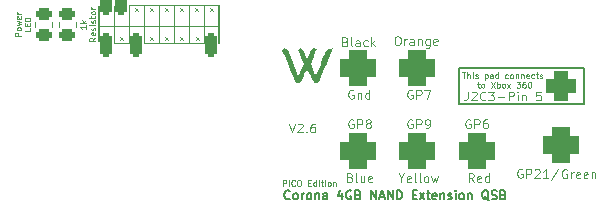
<source format=gto>
%TF.GenerationSoftware,KiCad,Pcbnew,(6.0.1)*%
%TF.CreationDate,2022-03-10T09:00:32-07:00*%
%TF.ProjectId,MShaw_PICO_Edition_4gbNandExtensionQSB_V2.6,4d536861-775f-4504-9943-4f5f45646974,rev?*%
%TF.SameCoordinates,Original*%
%TF.FileFunction,Legend,Top*%
%TF.FilePolarity,Positive*%
%FSLAX46Y46*%
G04 Gerber Fmt 4.6, Leading zero omitted, Abs format (unit mm)*
G04 Created by KiCad (PCBNEW (6.0.1)) date 2022-03-10 09:00:32*
%MOMM*%
%LPD*%
G01*
G04 APERTURE LIST*
G04 Aperture macros list*
%AMRoundRect*
0 Rectangle with rounded corners*
0 $1 Rounding radius*
0 $2 $3 $4 $5 $6 $7 $8 $9 X,Y pos of 4 corners*
0 Add a 4 corners polygon primitive as box body*
4,1,4,$2,$3,$4,$5,$6,$7,$8,$9,$2,$3,0*
0 Add four circle primitives for the rounded corners*
1,1,$1+$1,$2,$3*
1,1,$1+$1,$4,$5*
1,1,$1+$1,$6,$7*
1,1,$1+$1,$8,$9*
0 Add four rect primitives between the rounded corners*
20,1,$1+$1,$2,$3,$4,$5,0*
20,1,$1+$1,$4,$5,$6,$7,0*
20,1,$1+$1,$6,$7,$8,$9,0*
20,1,$1+$1,$8,$9,$2,$3,0*%
G04 Aperture macros list end*
%ADD10C,0.100000*%
%ADD11C,0.150000*%
%ADD12C,0.075000*%
%ADD13C,0.080000*%
%ADD14C,0.093750*%
%ADD15C,0.120000*%
%ADD16RoundRect,0.250000X0.450000X-0.262500X0.450000X0.262500X-0.450000X0.262500X-0.450000X-0.262500X0*%
%ADD17RoundRect,0.250000X0.250000X-0.750000X0.250000X0.750000X-0.250000X0.750000X-0.250000X-0.750000X0*%
%ADD18RoundRect,0.750000X0.750000X-0.750000X0.750000X0.750000X-0.750000X0.750000X-0.750000X-0.750000X0*%
%ADD19RoundRect,0.625000X-0.625000X-0.625000X0.625000X-0.625000X0.625000X0.625000X-0.625000X0.625000X0*%
%ADD20RoundRect,0.750000X-0.750000X-0.750000X0.750000X-0.750000X0.750000X0.750000X-0.750000X0.750000X0*%
G04 APERTURE END LIST*
D10*
X147057142Y-105689285D02*
X147307142Y-106439285D01*
X147557142Y-105689285D01*
X147771428Y-105760714D02*
X147807142Y-105725000D01*
X147878571Y-105689285D01*
X148057142Y-105689285D01*
X148128571Y-105725000D01*
X148164285Y-105760714D01*
X148200000Y-105832142D01*
X148200000Y-105903571D01*
X148164285Y-106010714D01*
X147735714Y-106439285D01*
X148200000Y-106439285D01*
X148521428Y-106367857D02*
X148557142Y-106403571D01*
X148521428Y-106439285D01*
X148485714Y-106403571D01*
X148521428Y-106367857D01*
X148521428Y-106439285D01*
X149200000Y-105689285D02*
X149057142Y-105689285D01*
X148985714Y-105725000D01*
X148950000Y-105760714D01*
X148878571Y-105867857D01*
X148842857Y-106010714D01*
X148842857Y-106296428D01*
X148878571Y-106367857D01*
X148914285Y-106403571D01*
X148985714Y-106439285D01*
X149128571Y-106439285D01*
X149200000Y-106403571D01*
X149235714Y-106367857D01*
X149271428Y-106296428D01*
X149271428Y-106117857D01*
X149235714Y-106046428D01*
X149200000Y-106010714D01*
X149128571Y-105975000D01*
X148985714Y-105975000D01*
X148914285Y-106010714D01*
X148878571Y-106046428D01*
X148842857Y-106117857D01*
X135235000Y-96150000D02*
X135485000Y-95900000D01*
X139070000Y-95900000D02*
X139320000Y-96150000D01*
X134750000Y-98900000D02*
X139835000Y-98900000D01*
X140370000Y-95900000D02*
X140620000Y-96150000D01*
X133480000Y-98900000D02*
X133485000Y-95675000D01*
X137785000Y-98400000D02*
X138035000Y-98650000D01*
X132695000Y-98400000D02*
X132945000Y-98650000D01*
X137785000Y-98650000D02*
X138035000Y-98400000D01*
D11*
X130940000Y-98720000D02*
X130940000Y-95700000D01*
D10*
X136535000Y-96150000D02*
X136785000Y-95900000D01*
X133985000Y-96150000D02*
X134235000Y-95900000D01*
X138560000Y-98900000D02*
X138560000Y-95700000D01*
X132210000Y-98800000D02*
X132210000Y-95700000D01*
D11*
X141100000Y-98900000D02*
X141090000Y-95710000D01*
D10*
X136535000Y-95900000D02*
X136785000Y-96150000D01*
X137820000Y-95900000D02*
X138070000Y-96150000D01*
X135260000Y-98650000D02*
X135510000Y-98400000D01*
X135235000Y-95900000D02*
X135485000Y-96150000D01*
X133985000Y-95900000D02*
X134235000Y-96150000D01*
X139125000Y-98650000D02*
X139375000Y-98400000D01*
X139070000Y-96150000D02*
X139320000Y-95900000D01*
X130960000Y-97400000D02*
X141100000Y-97400000D01*
X135260000Y-98400000D02*
X135510000Y-98650000D01*
X132210000Y-98900000D02*
X133480000Y-98900000D01*
X137290000Y-98800000D02*
X137290000Y-95675000D01*
X136020000Y-98900000D02*
X136010000Y-95680000D01*
X139125000Y-98400000D02*
X139375000Y-98650000D01*
X137820000Y-96150000D02*
X138070000Y-95900000D01*
X132695000Y-98650000D02*
X132945000Y-98400000D01*
X136510000Y-98400000D02*
X136760000Y-98650000D01*
D11*
X161445000Y-100970000D02*
X172035000Y-100970000D01*
X172035000Y-100970000D02*
X172035000Y-104030000D01*
X172035000Y-104030000D02*
X161445000Y-104030000D01*
X161445000Y-104030000D02*
X161445000Y-100970000D01*
D10*
X136510000Y-98650000D02*
X136760000Y-98400000D01*
X134750000Y-98900000D02*
X134750000Y-95675000D01*
X140370000Y-96150000D02*
X140620000Y-95900000D01*
X141110000Y-95680000D02*
X133510000Y-95675000D01*
X139835000Y-98900000D02*
X139830000Y-95700000D01*
X157464285Y-105375000D02*
X157392857Y-105339285D01*
X157285714Y-105339285D01*
X157178571Y-105375000D01*
X157107142Y-105446428D01*
X157071428Y-105517857D01*
X157035714Y-105660714D01*
X157035714Y-105767857D01*
X157071428Y-105910714D01*
X157107142Y-105982142D01*
X157178571Y-106053571D01*
X157285714Y-106089285D01*
X157357142Y-106089285D01*
X157464285Y-106053571D01*
X157500000Y-106017857D01*
X157500000Y-105767857D01*
X157357142Y-105767857D01*
X157821428Y-106089285D02*
X157821428Y-105339285D01*
X158107142Y-105339285D01*
X158178571Y-105375000D01*
X158214285Y-105410714D01*
X158250000Y-105482142D01*
X158250000Y-105589285D01*
X158214285Y-105660714D01*
X158178571Y-105696428D01*
X158107142Y-105732142D01*
X157821428Y-105732142D01*
X158607142Y-106089285D02*
X158750000Y-106089285D01*
X158821428Y-106053571D01*
X158857142Y-106017857D01*
X158928571Y-105910714D01*
X158964285Y-105767857D01*
X158964285Y-105482142D01*
X158928571Y-105410714D01*
X158892857Y-105375000D01*
X158821428Y-105339285D01*
X158678571Y-105339285D01*
X158607142Y-105375000D01*
X158571428Y-105410714D01*
X158535714Y-105482142D01*
X158535714Y-105660714D01*
X158571428Y-105732142D01*
X158607142Y-105767857D01*
X158678571Y-105803571D01*
X158821428Y-105803571D01*
X158892857Y-105767857D01*
X158928571Y-105732142D01*
X158964285Y-105660714D01*
X156157142Y-98289285D02*
X156300000Y-98289285D01*
X156371428Y-98325000D01*
X156442857Y-98396428D01*
X156478571Y-98539285D01*
X156478571Y-98789285D01*
X156442857Y-98932142D01*
X156371428Y-99003571D01*
X156300000Y-99039285D01*
X156157142Y-99039285D01*
X156085714Y-99003571D01*
X156014285Y-98932142D01*
X155978571Y-98789285D01*
X155978571Y-98539285D01*
X156014285Y-98396428D01*
X156085714Y-98325000D01*
X156157142Y-98289285D01*
X156800000Y-99039285D02*
X156800000Y-98539285D01*
X156800000Y-98682142D02*
X156835714Y-98610714D01*
X156871428Y-98575000D01*
X156942857Y-98539285D01*
X157014285Y-98539285D01*
X157585714Y-99039285D02*
X157585714Y-98646428D01*
X157550000Y-98575000D01*
X157478571Y-98539285D01*
X157335714Y-98539285D01*
X157264285Y-98575000D01*
X157585714Y-99003571D02*
X157514285Y-99039285D01*
X157335714Y-99039285D01*
X157264285Y-99003571D01*
X157228571Y-98932142D01*
X157228571Y-98860714D01*
X157264285Y-98789285D01*
X157335714Y-98753571D01*
X157514285Y-98753571D01*
X157585714Y-98717857D01*
X157942857Y-98539285D02*
X157942857Y-99039285D01*
X157942857Y-98610714D02*
X157978571Y-98575000D01*
X158050000Y-98539285D01*
X158157142Y-98539285D01*
X158228571Y-98575000D01*
X158264285Y-98646428D01*
X158264285Y-99039285D01*
X158942857Y-98539285D02*
X158942857Y-99146428D01*
X158907142Y-99217857D01*
X158871428Y-99253571D01*
X158800000Y-99289285D01*
X158692857Y-99289285D01*
X158621428Y-99253571D01*
X158942857Y-99003571D02*
X158871428Y-99039285D01*
X158728571Y-99039285D01*
X158657142Y-99003571D01*
X158621428Y-98967857D01*
X158585714Y-98896428D01*
X158585714Y-98682142D01*
X158621428Y-98610714D01*
X158657142Y-98575000D01*
X158728571Y-98539285D01*
X158871428Y-98539285D01*
X158942857Y-98575000D01*
X159585714Y-99003571D02*
X159514285Y-99039285D01*
X159371428Y-99039285D01*
X159300000Y-99003571D01*
X159264285Y-98932142D01*
X159264285Y-98646428D01*
X159300000Y-98575000D01*
X159371428Y-98539285D01*
X159514285Y-98539285D01*
X159585714Y-98575000D01*
X159621428Y-98646428D01*
X159621428Y-98717857D01*
X159264285Y-98789285D01*
D11*
X147107142Y-112037857D02*
X147071428Y-112073571D01*
X146964285Y-112109285D01*
X146892857Y-112109285D01*
X146785714Y-112073571D01*
X146714285Y-112002142D01*
X146678571Y-111930714D01*
X146642857Y-111787857D01*
X146642857Y-111680714D01*
X146678571Y-111537857D01*
X146714285Y-111466428D01*
X146785714Y-111395000D01*
X146892857Y-111359285D01*
X146964285Y-111359285D01*
X147071428Y-111395000D01*
X147107142Y-111430714D01*
X147535714Y-112109285D02*
X147464285Y-112073571D01*
X147428571Y-112037857D01*
X147392857Y-111966428D01*
X147392857Y-111752142D01*
X147428571Y-111680714D01*
X147464285Y-111645000D01*
X147535714Y-111609285D01*
X147642857Y-111609285D01*
X147714285Y-111645000D01*
X147750000Y-111680714D01*
X147785714Y-111752142D01*
X147785714Y-111966428D01*
X147750000Y-112037857D01*
X147714285Y-112073571D01*
X147642857Y-112109285D01*
X147535714Y-112109285D01*
X148107142Y-112109285D02*
X148107142Y-111609285D01*
X148107142Y-111752142D02*
X148142857Y-111680714D01*
X148178571Y-111645000D01*
X148250000Y-111609285D01*
X148321428Y-111609285D01*
X148678571Y-112109285D02*
X148607142Y-112073571D01*
X148571428Y-112037857D01*
X148535714Y-111966428D01*
X148535714Y-111752142D01*
X148571428Y-111680714D01*
X148607142Y-111645000D01*
X148678571Y-111609285D01*
X148785714Y-111609285D01*
X148857142Y-111645000D01*
X148892857Y-111680714D01*
X148928571Y-111752142D01*
X148928571Y-111966428D01*
X148892857Y-112037857D01*
X148857142Y-112073571D01*
X148785714Y-112109285D01*
X148678571Y-112109285D01*
X149250000Y-111609285D02*
X149250000Y-112109285D01*
X149250000Y-111680714D02*
X149285714Y-111645000D01*
X149357142Y-111609285D01*
X149464285Y-111609285D01*
X149535714Y-111645000D01*
X149571428Y-111716428D01*
X149571428Y-112109285D01*
X150250000Y-112109285D02*
X150250000Y-111716428D01*
X150214285Y-111645000D01*
X150142857Y-111609285D01*
X150000000Y-111609285D01*
X149928571Y-111645000D01*
X150250000Y-112073571D02*
X150178571Y-112109285D01*
X150000000Y-112109285D01*
X149928571Y-112073571D01*
X149892857Y-112002142D01*
X149892857Y-111930714D01*
X149928571Y-111859285D01*
X150000000Y-111823571D01*
X150178571Y-111823571D01*
X150250000Y-111787857D01*
X151500000Y-111609285D02*
X151500000Y-112109285D01*
X151321428Y-111323571D02*
X151142857Y-111859285D01*
X151607142Y-111859285D01*
X152285714Y-111395000D02*
X152214285Y-111359285D01*
X152107142Y-111359285D01*
X152000000Y-111395000D01*
X151928571Y-111466428D01*
X151892857Y-111537857D01*
X151857142Y-111680714D01*
X151857142Y-111787857D01*
X151892857Y-111930714D01*
X151928571Y-112002142D01*
X152000000Y-112073571D01*
X152107142Y-112109285D01*
X152178571Y-112109285D01*
X152285714Y-112073571D01*
X152321428Y-112037857D01*
X152321428Y-111787857D01*
X152178571Y-111787857D01*
X152892857Y-111716428D02*
X153000000Y-111752142D01*
X153035714Y-111787857D01*
X153071428Y-111859285D01*
X153071428Y-111966428D01*
X153035714Y-112037857D01*
X153000000Y-112073571D01*
X152928571Y-112109285D01*
X152642857Y-112109285D01*
X152642857Y-111359285D01*
X152892857Y-111359285D01*
X152964285Y-111395000D01*
X153000000Y-111430714D01*
X153035714Y-111502142D01*
X153035714Y-111573571D01*
X153000000Y-111645000D01*
X152964285Y-111680714D01*
X152892857Y-111716428D01*
X152642857Y-111716428D01*
X153964285Y-112109285D02*
X153964285Y-111359285D01*
X154392857Y-112109285D01*
X154392857Y-111359285D01*
X154714285Y-111895000D02*
X155071428Y-111895000D01*
X154642857Y-112109285D02*
X154892857Y-111359285D01*
X155142857Y-112109285D01*
X155392857Y-112109285D02*
X155392857Y-111359285D01*
X155821428Y-112109285D01*
X155821428Y-111359285D01*
X156178571Y-112109285D02*
X156178571Y-111359285D01*
X156357142Y-111359285D01*
X156464285Y-111395000D01*
X156535714Y-111466428D01*
X156571428Y-111537857D01*
X156607142Y-111680714D01*
X156607142Y-111787857D01*
X156571428Y-111930714D01*
X156535714Y-112002142D01*
X156464285Y-112073571D01*
X156357142Y-112109285D01*
X156178571Y-112109285D01*
X157500000Y-111716428D02*
X157750000Y-111716428D01*
X157857142Y-112109285D02*
X157500000Y-112109285D01*
X157500000Y-111359285D01*
X157857142Y-111359285D01*
X158107142Y-112109285D02*
X158500000Y-111609285D01*
X158107142Y-111609285D02*
X158500000Y-112109285D01*
X158678571Y-111609285D02*
X158964285Y-111609285D01*
X158785714Y-111359285D02*
X158785714Y-112002142D01*
X158821428Y-112073571D01*
X158892857Y-112109285D01*
X158964285Y-112109285D01*
X159500000Y-112073571D02*
X159428571Y-112109285D01*
X159285714Y-112109285D01*
X159214285Y-112073571D01*
X159178571Y-112002142D01*
X159178571Y-111716428D01*
X159214285Y-111645000D01*
X159285714Y-111609285D01*
X159428571Y-111609285D01*
X159500000Y-111645000D01*
X159535714Y-111716428D01*
X159535714Y-111787857D01*
X159178571Y-111859285D01*
X159857142Y-111609285D02*
X159857142Y-112109285D01*
X159857142Y-111680714D02*
X159892857Y-111645000D01*
X159964285Y-111609285D01*
X160071428Y-111609285D01*
X160142857Y-111645000D01*
X160178571Y-111716428D01*
X160178571Y-112109285D01*
X160500000Y-112073571D02*
X160571428Y-112109285D01*
X160714285Y-112109285D01*
X160785714Y-112073571D01*
X160821428Y-112002142D01*
X160821428Y-111966428D01*
X160785714Y-111895000D01*
X160714285Y-111859285D01*
X160607142Y-111859285D01*
X160535714Y-111823571D01*
X160500000Y-111752142D01*
X160500000Y-111716428D01*
X160535714Y-111645000D01*
X160607142Y-111609285D01*
X160714285Y-111609285D01*
X160785714Y-111645000D01*
X161142857Y-112109285D02*
X161142857Y-111609285D01*
X161142857Y-111359285D02*
X161107142Y-111395000D01*
X161142857Y-111430714D01*
X161178571Y-111395000D01*
X161142857Y-111359285D01*
X161142857Y-111430714D01*
X161607142Y-112109285D02*
X161535714Y-112073571D01*
X161500000Y-112037857D01*
X161464285Y-111966428D01*
X161464285Y-111752142D01*
X161500000Y-111680714D01*
X161535714Y-111645000D01*
X161607142Y-111609285D01*
X161714285Y-111609285D01*
X161785714Y-111645000D01*
X161821428Y-111680714D01*
X161857142Y-111752142D01*
X161857142Y-111966428D01*
X161821428Y-112037857D01*
X161785714Y-112073571D01*
X161714285Y-112109285D01*
X161607142Y-112109285D01*
X162178571Y-111609285D02*
X162178571Y-112109285D01*
X162178571Y-111680714D02*
X162214285Y-111645000D01*
X162285714Y-111609285D01*
X162392857Y-111609285D01*
X162464285Y-111645000D01*
X162500000Y-111716428D01*
X162500000Y-112109285D01*
X163928571Y-112180714D02*
X163857142Y-112145000D01*
X163785714Y-112073571D01*
X163678571Y-111966428D01*
X163607142Y-111930714D01*
X163535714Y-111930714D01*
X163571428Y-112109285D02*
X163500000Y-112073571D01*
X163428571Y-112002142D01*
X163392857Y-111859285D01*
X163392857Y-111609285D01*
X163428571Y-111466428D01*
X163500000Y-111395000D01*
X163571428Y-111359285D01*
X163714285Y-111359285D01*
X163785714Y-111395000D01*
X163857142Y-111466428D01*
X163892857Y-111609285D01*
X163892857Y-111859285D01*
X163857142Y-112002142D01*
X163785714Y-112073571D01*
X163714285Y-112109285D01*
X163571428Y-112109285D01*
X164178571Y-112073571D02*
X164285714Y-112109285D01*
X164464285Y-112109285D01*
X164535714Y-112073571D01*
X164571428Y-112037857D01*
X164607142Y-111966428D01*
X164607142Y-111895000D01*
X164571428Y-111823571D01*
X164535714Y-111787857D01*
X164464285Y-111752142D01*
X164321428Y-111716428D01*
X164250000Y-111680714D01*
X164214285Y-111645000D01*
X164178571Y-111573571D01*
X164178571Y-111502142D01*
X164214285Y-111430714D01*
X164250000Y-111395000D01*
X164321428Y-111359285D01*
X164500000Y-111359285D01*
X164607142Y-111395000D01*
X165178571Y-111716428D02*
X165285714Y-111752142D01*
X165321428Y-111787857D01*
X165357142Y-111859285D01*
X165357142Y-111966428D01*
X165321428Y-112037857D01*
X165285714Y-112073571D01*
X165214285Y-112109285D01*
X164928571Y-112109285D01*
X164928571Y-111359285D01*
X165178571Y-111359285D01*
X165250000Y-111395000D01*
X165285714Y-111430714D01*
X165321428Y-111502142D01*
X165321428Y-111573571D01*
X165285714Y-111645000D01*
X165250000Y-111680714D01*
X165178571Y-111716428D01*
X164928571Y-111716428D01*
D10*
X162162857Y-102989285D02*
X162162857Y-103525000D01*
X162127142Y-103632142D01*
X162055714Y-103703571D01*
X161948571Y-103739285D01*
X161877142Y-103739285D01*
X162484285Y-103060714D02*
X162520000Y-103025000D01*
X162591428Y-102989285D01*
X162770000Y-102989285D01*
X162841428Y-103025000D01*
X162877142Y-103060714D01*
X162912857Y-103132142D01*
X162912857Y-103203571D01*
X162877142Y-103310714D01*
X162448571Y-103739285D01*
X162912857Y-103739285D01*
X163662857Y-103667857D02*
X163627142Y-103703571D01*
X163520000Y-103739285D01*
X163448571Y-103739285D01*
X163341428Y-103703571D01*
X163270000Y-103632142D01*
X163234285Y-103560714D01*
X163198571Y-103417857D01*
X163198571Y-103310714D01*
X163234285Y-103167857D01*
X163270000Y-103096428D01*
X163341428Y-103025000D01*
X163448571Y-102989285D01*
X163520000Y-102989285D01*
X163627142Y-103025000D01*
X163662857Y-103060714D01*
X163912857Y-102989285D02*
X164377142Y-102989285D01*
X164127142Y-103275000D01*
X164234285Y-103275000D01*
X164305714Y-103310714D01*
X164341428Y-103346428D01*
X164377142Y-103417857D01*
X164377142Y-103596428D01*
X164341428Y-103667857D01*
X164305714Y-103703571D01*
X164234285Y-103739285D01*
X164020000Y-103739285D01*
X163948571Y-103703571D01*
X163912857Y-103667857D01*
X164698571Y-103453571D02*
X165270000Y-103453571D01*
X165627142Y-103739285D02*
X165627142Y-102989285D01*
X165912857Y-102989285D01*
X165984285Y-103025000D01*
X166020000Y-103060714D01*
X166055714Y-103132142D01*
X166055714Y-103239285D01*
X166020000Y-103310714D01*
X165984285Y-103346428D01*
X165912857Y-103382142D01*
X165627142Y-103382142D01*
X166377142Y-103739285D02*
X166377142Y-103239285D01*
X166377142Y-102989285D02*
X166341428Y-103025000D01*
X166377142Y-103060714D01*
X166412857Y-103025000D01*
X166377142Y-102989285D01*
X166377142Y-103060714D01*
X166734285Y-103239285D02*
X166734285Y-103739285D01*
X166734285Y-103310714D02*
X166770000Y-103275000D01*
X166841428Y-103239285D01*
X166948571Y-103239285D01*
X167020000Y-103275000D01*
X167055714Y-103346428D01*
X167055714Y-103739285D01*
X168341428Y-102989285D02*
X167984285Y-102989285D01*
X167948571Y-103346428D01*
X167984285Y-103310714D01*
X168055714Y-103275000D01*
X168234285Y-103275000D01*
X168305714Y-103310714D01*
X168341428Y-103346428D01*
X168377142Y-103417857D01*
X168377142Y-103596428D01*
X168341428Y-103667857D01*
X168305714Y-103703571D01*
X168234285Y-103739285D01*
X168055714Y-103739285D01*
X167984285Y-103703571D01*
X167948571Y-103667857D01*
X156553571Y-110282142D02*
X156553571Y-110639285D01*
X156303571Y-109889285D02*
X156553571Y-110282142D01*
X156803571Y-109889285D01*
X157339285Y-110603571D02*
X157267857Y-110639285D01*
X157125000Y-110639285D01*
X157053571Y-110603571D01*
X157017857Y-110532142D01*
X157017857Y-110246428D01*
X157053571Y-110175000D01*
X157125000Y-110139285D01*
X157267857Y-110139285D01*
X157339285Y-110175000D01*
X157375000Y-110246428D01*
X157375000Y-110317857D01*
X157017857Y-110389285D01*
X157803571Y-110639285D02*
X157732142Y-110603571D01*
X157696428Y-110532142D01*
X157696428Y-109889285D01*
X158196428Y-110639285D02*
X158125000Y-110603571D01*
X158089285Y-110532142D01*
X158089285Y-109889285D01*
X158589285Y-110639285D02*
X158517857Y-110603571D01*
X158482142Y-110567857D01*
X158446428Y-110496428D01*
X158446428Y-110282142D01*
X158482142Y-110210714D01*
X158517857Y-110175000D01*
X158589285Y-110139285D01*
X158696428Y-110139285D01*
X158767857Y-110175000D01*
X158803571Y-110210714D01*
X158839285Y-110282142D01*
X158839285Y-110496428D01*
X158803571Y-110567857D01*
X158767857Y-110603571D01*
X158696428Y-110639285D01*
X158589285Y-110639285D01*
X159089285Y-110139285D02*
X159232142Y-110639285D01*
X159375000Y-110282142D01*
X159517857Y-110639285D01*
X159660714Y-110139285D01*
X166774285Y-109575000D02*
X166702857Y-109539285D01*
X166595714Y-109539285D01*
X166488571Y-109575000D01*
X166417142Y-109646428D01*
X166381428Y-109717857D01*
X166345714Y-109860714D01*
X166345714Y-109967857D01*
X166381428Y-110110714D01*
X166417142Y-110182142D01*
X166488571Y-110253571D01*
X166595714Y-110289285D01*
X166667142Y-110289285D01*
X166774285Y-110253571D01*
X166810000Y-110217857D01*
X166810000Y-109967857D01*
X166667142Y-109967857D01*
X167131428Y-110289285D02*
X167131428Y-109539285D01*
X167417142Y-109539285D01*
X167488571Y-109575000D01*
X167524285Y-109610714D01*
X167560000Y-109682142D01*
X167560000Y-109789285D01*
X167524285Y-109860714D01*
X167488571Y-109896428D01*
X167417142Y-109932142D01*
X167131428Y-109932142D01*
X167845714Y-109610714D02*
X167881428Y-109575000D01*
X167952857Y-109539285D01*
X168131428Y-109539285D01*
X168202857Y-109575000D01*
X168238571Y-109610714D01*
X168274285Y-109682142D01*
X168274285Y-109753571D01*
X168238571Y-109860714D01*
X167810000Y-110289285D01*
X168274285Y-110289285D01*
X168988571Y-110289285D02*
X168560000Y-110289285D01*
X168774285Y-110289285D02*
X168774285Y-109539285D01*
X168702857Y-109646428D01*
X168631428Y-109717857D01*
X168560000Y-109753571D01*
X169845714Y-109503571D02*
X169202857Y-110467857D01*
D12*
X146511904Y-110976190D02*
X146511904Y-110476190D01*
X146702380Y-110476190D01*
X146750000Y-110500000D01*
X146773809Y-110523809D01*
X146797619Y-110571428D01*
X146797619Y-110642857D01*
X146773809Y-110690476D01*
X146750000Y-110714285D01*
X146702380Y-110738095D01*
X146511904Y-110738095D01*
X147011904Y-110976190D02*
X147011904Y-110476190D01*
X147535714Y-110928571D02*
X147511904Y-110952380D01*
X147440476Y-110976190D01*
X147392857Y-110976190D01*
X147321428Y-110952380D01*
X147273809Y-110904761D01*
X147250000Y-110857142D01*
X147226190Y-110761904D01*
X147226190Y-110690476D01*
X147250000Y-110595238D01*
X147273809Y-110547619D01*
X147321428Y-110500000D01*
X147392857Y-110476190D01*
X147440476Y-110476190D01*
X147511904Y-110500000D01*
X147535714Y-110523809D01*
X147845238Y-110476190D02*
X147940476Y-110476190D01*
X147988095Y-110500000D01*
X148035714Y-110547619D01*
X148059523Y-110642857D01*
X148059523Y-110809523D01*
X148035714Y-110904761D01*
X147988095Y-110952380D01*
X147940476Y-110976190D01*
X147845238Y-110976190D01*
X147797619Y-110952380D01*
X147750000Y-110904761D01*
X147726190Y-110809523D01*
X147726190Y-110642857D01*
X147750000Y-110547619D01*
X147797619Y-110500000D01*
X147845238Y-110476190D01*
X148654761Y-110714285D02*
X148821428Y-110714285D01*
X148892857Y-110976190D02*
X148654761Y-110976190D01*
X148654761Y-110476190D01*
X148892857Y-110476190D01*
X149321428Y-110976190D02*
X149321428Y-110476190D01*
X149321428Y-110952380D02*
X149273809Y-110976190D01*
X149178571Y-110976190D01*
X149130952Y-110952380D01*
X149107142Y-110928571D01*
X149083333Y-110880952D01*
X149083333Y-110738095D01*
X149107142Y-110690476D01*
X149130952Y-110666666D01*
X149178571Y-110642857D01*
X149273809Y-110642857D01*
X149321428Y-110666666D01*
X149559523Y-110976190D02*
X149559523Y-110642857D01*
X149559523Y-110476190D02*
X149535714Y-110500000D01*
X149559523Y-110523809D01*
X149583333Y-110500000D01*
X149559523Y-110476190D01*
X149559523Y-110523809D01*
X149726190Y-110642857D02*
X149916666Y-110642857D01*
X149797619Y-110476190D02*
X149797619Y-110904761D01*
X149821428Y-110952380D01*
X149869047Y-110976190D01*
X149916666Y-110976190D01*
X150083333Y-110976190D02*
X150083333Y-110642857D01*
X150083333Y-110476190D02*
X150059523Y-110500000D01*
X150083333Y-110523809D01*
X150107142Y-110500000D01*
X150083333Y-110476190D01*
X150083333Y-110523809D01*
X150392857Y-110976190D02*
X150345238Y-110952380D01*
X150321428Y-110928571D01*
X150297619Y-110880952D01*
X150297619Y-110738095D01*
X150321428Y-110690476D01*
X150345238Y-110666666D01*
X150392857Y-110642857D01*
X150464285Y-110642857D01*
X150511904Y-110666666D01*
X150535714Y-110690476D01*
X150559523Y-110738095D01*
X150559523Y-110880952D01*
X150535714Y-110928571D01*
X150511904Y-110952380D01*
X150464285Y-110976190D01*
X150392857Y-110976190D01*
X150773809Y-110642857D02*
X150773809Y-110976190D01*
X150773809Y-110690476D02*
X150797619Y-110666666D01*
X150845238Y-110642857D01*
X150916666Y-110642857D01*
X150964285Y-110666666D01*
X150988095Y-110714285D01*
X150988095Y-110976190D01*
D10*
X162374285Y-105375000D02*
X162302857Y-105339285D01*
X162195714Y-105339285D01*
X162088571Y-105375000D01*
X162017142Y-105446428D01*
X161981428Y-105517857D01*
X161945714Y-105660714D01*
X161945714Y-105767857D01*
X161981428Y-105910714D01*
X162017142Y-105982142D01*
X162088571Y-106053571D01*
X162195714Y-106089285D01*
X162267142Y-106089285D01*
X162374285Y-106053571D01*
X162410000Y-106017857D01*
X162410000Y-105767857D01*
X162267142Y-105767857D01*
X162731428Y-106089285D02*
X162731428Y-105339285D01*
X163017142Y-105339285D01*
X163088571Y-105375000D01*
X163124285Y-105410714D01*
X163160000Y-105482142D01*
X163160000Y-105589285D01*
X163124285Y-105660714D01*
X163088571Y-105696428D01*
X163017142Y-105732142D01*
X162731428Y-105732142D01*
X163802857Y-105339285D02*
X163660000Y-105339285D01*
X163588571Y-105375000D01*
X163552857Y-105410714D01*
X163481428Y-105517857D01*
X163445714Y-105660714D01*
X163445714Y-105946428D01*
X163481428Y-106017857D01*
X163517142Y-106053571D01*
X163588571Y-106089285D01*
X163731428Y-106089285D01*
X163802857Y-106053571D01*
X163838571Y-106017857D01*
X163874285Y-105946428D01*
X163874285Y-105767857D01*
X163838571Y-105696428D01*
X163802857Y-105660714D01*
X163731428Y-105625000D01*
X163588571Y-105625000D01*
X163517142Y-105660714D01*
X163481428Y-105696428D01*
X163445714Y-105767857D01*
D12*
X161687857Y-101353690D02*
X161973571Y-101353690D01*
X161830714Y-101853690D02*
X161830714Y-101353690D01*
X162140238Y-101853690D02*
X162140238Y-101353690D01*
X162354523Y-101853690D02*
X162354523Y-101591785D01*
X162330714Y-101544166D01*
X162283095Y-101520357D01*
X162211666Y-101520357D01*
X162164047Y-101544166D01*
X162140238Y-101567976D01*
X162592619Y-101853690D02*
X162592619Y-101520357D01*
X162592619Y-101353690D02*
X162568809Y-101377500D01*
X162592619Y-101401309D01*
X162616428Y-101377500D01*
X162592619Y-101353690D01*
X162592619Y-101401309D01*
X162806904Y-101829880D02*
X162854523Y-101853690D01*
X162949761Y-101853690D01*
X162997380Y-101829880D01*
X163021190Y-101782261D01*
X163021190Y-101758452D01*
X162997380Y-101710833D01*
X162949761Y-101687023D01*
X162878333Y-101687023D01*
X162830714Y-101663214D01*
X162806904Y-101615595D01*
X162806904Y-101591785D01*
X162830714Y-101544166D01*
X162878333Y-101520357D01*
X162949761Y-101520357D01*
X162997380Y-101544166D01*
X163616428Y-101520357D02*
X163616428Y-102020357D01*
X163616428Y-101544166D02*
X163664047Y-101520357D01*
X163759285Y-101520357D01*
X163806904Y-101544166D01*
X163830714Y-101567976D01*
X163854523Y-101615595D01*
X163854523Y-101758452D01*
X163830714Y-101806071D01*
X163806904Y-101829880D01*
X163759285Y-101853690D01*
X163664047Y-101853690D01*
X163616428Y-101829880D01*
X164283095Y-101853690D02*
X164283095Y-101591785D01*
X164259285Y-101544166D01*
X164211666Y-101520357D01*
X164116428Y-101520357D01*
X164068809Y-101544166D01*
X164283095Y-101829880D02*
X164235476Y-101853690D01*
X164116428Y-101853690D01*
X164068809Y-101829880D01*
X164045000Y-101782261D01*
X164045000Y-101734642D01*
X164068809Y-101687023D01*
X164116428Y-101663214D01*
X164235476Y-101663214D01*
X164283095Y-101639404D01*
X164735476Y-101853690D02*
X164735476Y-101353690D01*
X164735476Y-101829880D02*
X164687857Y-101853690D01*
X164592619Y-101853690D01*
X164545000Y-101829880D01*
X164521190Y-101806071D01*
X164497380Y-101758452D01*
X164497380Y-101615595D01*
X164521190Y-101567976D01*
X164545000Y-101544166D01*
X164592619Y-101520357D01*
X164687857Y-101520357D01*
X164735476Y-101544166D01*
X165568809Y-101829880D02*
X165521190Y-101853690D01*
X165425952Y-101853690D01*
X165378333Y-101829880D01*
X165354523Y-101806071D01*
X165330714Y-101758452D01*
X165330714Y-101615595D01*
X165354523Y-101567976D01*
X165378333Y-101544166D01*
X165425952Y-101520357D01*
X165521190Y-101520357D01*
X165568809Y-101544166D01*
X165854523Y-101853690D02*
X165806904Y-101829880D01*
X165783095Y-101806071D01*
X165759285Y-101758452D01*
X165759285Y-101615595D01*
X165783095Y-101567976D01*
X165806904Y-101544166D01*
X165854523Y-101520357D01*
X165925952Y-101520357D01*
X165973571Y-101544166D01*
X165997380Y-101567976D01*
X166021190Y-101615595D01*
X166021190Y-101758452D01*
X165997380Y-101806071D01*
X165973571Y-101829880D01*
X165925952Y-101853690D01*
X165854523Y-101853690D01*
X166235476Y-101520357D02*
X166235476Y-101853690D01*
X166235476Y-101567976D02*
X166259285Y-101544166D01*
X166306904Y-101520357D01*
X166378333Y-101520357D01*
X166425952Y-101544166D01*
X166449761Y-101591785D01*
X166449761Y-101853690D01*
X166687857Y-101520357D02*
X166687857Y-101853690D01*
X166687857Y-101567976D02*
X166711666Y-101544166D01*
X166759285Y-101520357D01*
X166830714Y-101520357D01*
X166878333Y-101544166D01*
X166902142Y-101591785D01*
X166902142Y-101853690D01*
X167330714Y-101829880D02*
X167283095Y-101853690D01*
X167187857Y-101853690D01*
X167140238Y-101829880D01*
X167116428Y-101782261D01*
X167116428Y-101591785D01*
X167140238Y-101544166D01*
X167187857Y-101520357D01*
X167283095Y-101520357D01*
X167330714Y-101544166D01*
X167354523Y-101591785D01*
X167354523Y-101639404D01*
X167116428Y-101687023D01*
X167783095Y-101829880D02*
X167735476Y-101853690D01*
X167640238Y-101853690D01*
X167592619Y-101829880D01*
X167568809Y-101806071D01*
X167545000Y-101758452D01*
X167545000Y-101615595D01*
X167568809Y-101567976D01*
X167592619Y-101544166D01*
X167640238Y-101520357D01*
X167735476Y-101520357D01*
X167783095Y-101544166D01*
X167925952Y-101520357D02*
X168116428Y-101520357D01*
X167997380Y-101353690D02*
X167997380Y-101782261D01*
X168021190Y-101829880D01*
X168068809Y-101853690D01*
X168116428Y-101853690D01*
X168259285Y-101829880D02*
X168306904Y-101853690D01*
X168402142Y-101853690D01*
X168449761Y-101829880D01*
X168473571Y-101782261D01*
X168473571Y-101758452D01*
X168449761Y-101710833D01*
X168402142Y-101687023D01*
X168330714Y-101687023D01*
X168283095Y-101663214D01*
X168259285Y-101615595D01*
X168259285Y-101591785D01*
X168283095Y-101544166D01*
X168330714Y-101520357D01*
X168402142Y-101520357D01*
X168449761Y-101544166D01*
X162985476Y-102325357D02*
X163175952Y-102325357D01*
X163056904Y-102158690D02*
X163056904Y-102587261D01*
X163080714Y-102634880D01*
X163128333Y-102658690D01*
X163175952Y-102658690D01*
X163414047Y-102658690D02*
X163366428Y-102634880D01*
X163342619Y-102611071D01*
X163318809Y-102563452D01*
X163318809Y-102420595D01*
X163342619Y-102372976D01*
X163366428Y-102349166D01*
X163414047Y-102325357D01*
X163485476Y-102325357D01*
X163533095Y-102349166D01*
X163556904Y-102372976D01*
X163580714Y-102420595D01*
X163580714Y-102563452D01*
X163556904Y-102611071D01*
X163533095Y-102634880D01*
X163485476Y-102658690D01*
X163414047Y-102658690D01*
X164128333Y-102158690D02*
X164461666Y-102658690D01*
X164461666Y-102158690D02*
X164128333Y-102658690D01*
X164652142Y-102658690D02*
X164652142Y-102158690D01*
X164652142Y-102349166D02*
X164699761Y-102325357D01*
X164795000Y-102325357D01*
X164842619Y-102349166D01*
X164866428Y-102372976D01*
X164890238Y-102420595D01*
X164890238Y-102563452D01*
X164866428Y-102611071D01*
X164842619Y-102634880D01*
X164795000Y-102658690D01*
X164699761Y-102658690D01*
X164652142Y-102634880D01*
X165175952Y-102658690D02*
X165128333Y-102634880D01*
X165104523Y-102611071D01*
X165080714Y-102563452D01*
X165080714Y-102420595D01*
X165104523Y-102372976D01*
X165128333Y-102349166D01*
X165175952Y-102325357D01*
X165247380Y-102325357D01*
X165295000Y-102349166D01*
X165318809Y-102372976D01*
X165342619Y-102420595D01*
X165342619Y-102563452D01*
X165318809Y-102611071D01*
X165295000Y-102634880D01*
X165247380Y-102658690D01*
X165175952Y-102658690D01*
X165509285Y-102658690D02*
X165771190Y-102325357D01*
X165509285Y-102325357D02*
X165771190Y-102658690D01*
X166295000Y-102158690D02*
X166604523Y-102158690D01*
X166437857Y-102349166D01*
X166509285Y-102349166D01*
X166556904Y-102372976D01*
X166580714Y-102396785D01*
X166604523Y-102444404D01*
X166604523Y-102563452D01*
X166580714Y-102611071D01*
X166556904Y-102634880D01*
X166509285Y-102658690D01*
X166366428Y-102658690D01*
X166318809Y-102634880D01*
X166295000Y-102611071D01*
X167033095Y-102158690D02*
X166937857Y-102158690D01*
X166890238Y-102182500D01*
X166866428Y-102206309D01*
X166818809Y-102277738D01*
X166795000Y-102372976D01*
X166795000Y-102563452D01*
X166818809Y-102611071D01*
X166842619Y-102634880D01*
X166890238Y-102658690D01*
X166985476Y-102658690D01*
X167033095Y-102634880D01*
X167056904Y-102611071D01*
X167080714Y-102563452D01*
X167080714Y-102444404D01*
X167056904Y-102396785D01*
X167033095Y-102372976D01*
X166985476Y-102349166D01*
X166890238Y-102349166D01*
X166842619Y-102372976D01*
X166818809Y-102396785D01*
X166795000Y-102444404D01*
X167390238Y-102158690D02*
X167437857Y-102158690D01*
X167485476Y-102182500D01*
X167509285Y-102206309D01*
X167533095Y-102253928D01*
X167556904Y-102349166D01*
X167556904Y-102468214D01*
X167533095Y-102563452D01*
X167509285Y-102611071D01*
X167485476Y-102634880D01*
X167437857Y-102658690D01*
X167390238Y-102658690D01*
X167342619Y-102634880D01*
X167318809Y-102611071D01*
X167295000Y-102563452D01*
X167271190Y-102468214D01*
X167271190Y-102349166D01*
X167295000Y-102253928D01*
X167318809Y-102206309D01*
X167342619Y-102182500D01*
X167390238Y-102158690D01*
D13*
X129833690Y-97359523D02*
X129833690Y-97645238D01*
X129833690Y-97502380D02*
X129333690Y-97502380D01*
X129405119Y-97550000D01*
X129452738Y-97597619D01*
X129476547Y-97645238D01*
X129833690Y-97145238D02*
X129333690Y-97145238D01*
X129643214Y-97097619D02*
X129833690Y-96954761D01*
X129500357Y-96954761D02*
X129690833Y-97145238D01*
X130638690Y-98407142D02*
X130400595Y-98573809D01*
X130638690Y-98692857D02*
X130138690Y-98692857D01*
X130138690Y-98502380D01*
X130162500Y-98454761D01*
X130186309Y-98430952D01*
X130233928Y-98407142D01*
X130305357Y-98407142D01*
X130352976Y-98430952D01*
X130376785Y-98454761D01*
X130400595Y-98502380D01*
X130400595Y-98692857D01*
X130614880Y-98002380D02*
X130638690Y-98050000D01*
X130638690Y-98145238D01*
X130614880Y-98192857D01*
X130567261Y-98216666D01*
X130376785Y-98216666D01*
X130329166Y-98192857D01*
X130305357Y-98145238D01*
X130305357Y-98050000D01*
X130329166Y-98002380D01*
X130376785Y-97978571D01*
X130424404Y-97978571D01*
X130472023Y-98216666D01*
X130614880Y-97788095D02*
X130638690Y-97740476D01*
X130638690Y-97645238D01*
X130614880Y-97597619D01*
X130567261Y-97573809D01*
X130543452Y-97573809D01*
X130495833Y-97597619D01*
X130472023Y-97645238D01*
X130472023Y-97716666D01*
X130448214Y-97764285D01*
X130400595Y-97788095D01*
X130376785Y-97788095D01*
X130329166Y-97764285D01*
X130305357Y-97716666D01*
X130305357Y-97645238D01*
X130329166Y-97597619D01*
X130638690Y-97359523D02*
X130305357Y-97359523D01*
X130138690Y-97359523D02*
X130162500Y-97383333D01*
X130186309Y-97359523D01*
X130162500Y-97335714D01*
X130138690Y-97359523D01*
X130186309Y-97359523D01*
X130614880Y-97145238D02*
X130638690Y-97097619D01*
X130638690Y-97002380D01*
X130614880Y-96954761D01*
X130567261Y-96930952D01*
X130543452Y-96930952D01*
X130495833Y-96954761D01*
X130472023Y-97002380D01*
X130472023Y-97073809D01*
X130448214Y-97121428D01*
X130400595Y-97145238D01*
X130376785Y-97145238D01*
X130329166Y-97121428D01*
X130305357Y-97073809D01*
X130305357Y-97002380D01*
X130329166Y-96954761D01*
X130305357Y-96788095D02*
X130305357Y-96597619D01*
X130138690Y-96716666D02*
X130567261Y-96716666D01*
X130614880Y-96692857D01*
X130638690Y-96645238D01*
X130638690Y-96597619D01*
X130638690Y-96359523D02*
X130614880Y-96407142D01*
X130591071Y-96430952D01*
X130543452Y-96454761D01*
X130400595Y-96454761D01*
X130352976Y-96430952D01*
X130329166Y-96407142D01*
X130305357Y-96359523D01*
X130305357Y-96288095D01*
X130329166Y-96240476D01*
X130352976Y-96216666D01*
X130400595Y-96192857D01*
X130543452Y-96192857D01*
X130591071Y-96216666D01*
X130614880Y-96240476D01*
X130638690Y-96288095D01*
X130638690Y-96359523D01*
X130638690Y-95978571D02*
X130305357Y-95978571D01*
X130400595Y-95978571D02*
X130352976Y-95954761D01*
X130329166Y-95930952D01*
X130305357Y-95883333D01*
X130305357Y-95835714D01*
D10*
X162671428Y-110639285D02*
X162421428Y-110282142D01*
X162242857Y-110639285D02*
X162242857Y-109889285D01*
X162528571Y-109889285D01*
X162600000Y-109925000D01*
X162635714Y-109960714D01*
X162671428Y-110032142D01*
X162671428Y-110139285D01*
X162635714Y-110210714D01*
X162600000Y-110246428D01*
X162528571Y-110282142D01*
X162242857Y-110282142D01*
X163278571Y-110603571D02*
X163207142Y-110639285D01*
X163064285Y-110639285D01*
X162992857Y-110603571D01*
X162957142Y-110532142D01*
X162957142Y-110246428D01*
X162992857Y-110175000D01*
X163064285Y-110139285D01*
X163207142Y-110139285D01*
X163278571Y-110175000D01*
X163314285Y-110246428D01*
X163314285Y-110317857D01*
X162957142Y-110389285D01*
X163957142Y-110639285D02*
X163957142Y-109889285D01*
X163957142Y-110603571D02*
X163885714Y-110639285D01*
X163742857Y-110639285D01*
X163671428Y-110603571D01*
X163635714Y-110567857D01*
X163600000Y-110496428D01*
X163600000Y-110282142D01*
X163635714Y-110210714D01*
X163671428Y-110175000D01*
X163742857Y-110139285D01*
X163885714Y-110139285D01*
X163957142Y-110175000D01*
X170552142Y-109605000D02*
X170480714Y-109569285D01*
X170373571Y-109569285D01*
X170266428Y-109605000D01*
X170195000Y-109676428D01*
X170159285Y-109747857D01*
X170123571Y-109890714D01*
X170123571Y-109997857D01*
X170159285Y-110140714D01*
X170195000Y-110212142D01*
X170266428Y-110283571D01*
X170373571Y-110319285D01*
X170445000Y-110319285D01*
X170552142Y-110283571D01*
X170587857Y-110247857D01*
X170587857Y-109997857D01*
X170445000Y-109997857D01*
X170909285Y-110319285D02*
X170909285Y-109819285D01*
X170909285Y-109962142D02*
X170945000Y-109890714D01*
X170980714Y-109855000D01*
X171052142Y-109819285D01*
X171123571Y-109819285D01*
X171659285Y-110283571D02*
X171587857Y-110319285D01*
X171445000Y-110319285D01*
X171373571Y-110283571D01*
X171337857Y-110212142D01*
X171337857Y-109926428D01*
X171373571Y-109855000D01*
X171445000Y-109819285D01*
X171587857Y-109819285D01*
X171659285Y-109855000D01*
X171695000Y-109926428D01*
X171695000Y-109997857D01*
X171337857Y-110069285D01*
X172302142Y-110283571D02*
X172230714Y-110319285D01*
X172087857Y-110319285D01*
X172016428Y-110283571D01*
X171980714Y-110212142D01*
X171980714Y-109926428D01*
X172016428Y-109855000D01*
X172087857Y-109819285D01*
X172230714Y-109819285D01*
X172302142Y-109855000D01*
X172337857Y-109926428D01*
X172337857Y-109997857D01*
X171980714Y-110069285D01*
X172659285Y-109819285D02*
X172659285Y-110319285D01*
X172659285Y-109890714D02*
X172695000Y-109855000D01*
X172766428Y-109819285D01*
X172873571Y-109819285D01*
X172945000Y-109855000D01*
X172980714Y-109926428D01*
X172980714Y-110319285D01*
X152196428Y-110246428D02*
X152303571Y-110282142D01*
X152339285Y-110317857D01*
X152375000Y-110389285D01*
X152375000Y-110496428D01*
X152339285Y-110567857D01*
X152303571Y-110603571D01*
X152232142Y-110639285D01*
X151946428Y-110639285D01*
X151946428Y-109889285D01*
X152196428Y-109889285D01*
X152267857Y-109925000D01*
X152303571Y-109960714D01*
X152339285Y-110032142D01*
X152339285Y-110103571D01*
X152303571Y-110175000D01*
X152267857Y-110210714D01*
X152196428Y-110246428D01*
X151946428Y-110246428D01*
X152803571Y-110639285D02*
X152732142Y-110603571D01*
X152696428Y-110532142D01*
X152696428Y-109889285D01*
X153410714Y-110139285D02*
X153410714Y-110639285D01*
X153089285Y-110139285D02*
X153089285Y-110532142D01*
X153125000Y-110603571D01*
X153196428Y-110639285D01*
X153303571Y-110639285D01*
X153375000Y-110603571D01*
X153410714Y-110567857D01*
X154053571Y-110603571D02*
X153982142Y-110639285D01*
X153839285Y-110639285D01*
X153767857Y-110603571D01*
X153732142Y-110532142D01*
X153732142Y-110246428D01*
X153767857Y-110175000D01*
X153839285Y-110139285D01*
X153982142Y-110139285D01*
X154053571Y-110175000D01*
X154089285Y-110246428D01*
X154089285Y-110317857D01*
X153732142Y-110389285D01*
X157464285Y-102875000D02*
X157392857Y-102839285D01*
X157285714Y-102839285D01*
X157178571Y-102875000D01*
X157107142Y-102946428D01*
X157071428Y-103017857D01*
X157035714Y-103160714D01*
X157035714Y-103267857D01*
X157071428Y-103410714D01*
X157107142Y-103482142D01*
X157178571Y-103553571D01*
X157285714Y-103589285D01*
X157357142Y-103589285D01*
X157464285Y-103553571D01*
X157500000Y-103517857D01*
X157500000Y-103267857D01*
X157357142Y-103267857D01*
X157821428Y-103589285D02*
X157821428Y-102839285D01*
X158107142Y-102839285D01*
X158178571Y-102875000D01*
X158214285Y-102910714D01*
X158250000Y-102982142D01*
X158250000Y-103089285D01*
X158214285Y-103160714D01*
X158178571Y-103196428D01*
X158107142Y-103232142D01*
X157821428Y-103232142D01*
X158500000Y-102839285D02*
X159000000Y-102839285D01*
X158678571Y-103589285D01*
D13*
X124333690Y-98288095D02*
X123833690Y-98288095D01*
X123833690Y-98097619D01*
X123857500Y-98050000D01*
X123881309Y-98026190D01*
X123928928Y-98002380D01*
X124000357Y-98002380D01*
X124047976Y-98026190D01*
X124071785Y-98050000D01*
X124095595Y-98097619D01*
X124095595Y-98288095D01*
X124333690Y-97716666D02*
X124309880Y-97764285D01*
X124286071Y-97788095D01*
X124238452Y-97811904D01*
X124095595Y-97811904D01*
X124047976Y-97788095D01*
X124024166Y-97764285D01*
X124000357Y-97716666D01*
X124000357Y-97645238D01*
X124024166Y-97597619D01*
X124047976Y-97573809D01*
X124095595Y-97550000D01*
X124238452Y-97550000D01*
X124286071Y-97573809D01*
X124309880Y-97597619D01*
X124333690Y-97645238D01*
X124333690Y-97716666D01*
X124000357Y-97383333D02*
X124333690Y-97288095D01*
X124095595Y-97192857D01*
X124333690Y-97097619D01*
X124000357Y-97002380D01*
X124309880Y-96621428D02*
X124333690Y-96669047D01*
X124333690Y-96764285D01*
X124309880Y-96811904D01*
X124262261Y-96835714D01*
X124071785Y-96835714D01*
X124024166Y-96811904D01*
X124000357Y-96764285D01*
X124000357Y-96669047D01*
X124024166Y-96621428D01*
X124071785Y-96597619D01*
X124119404Y-96597619D01*
X124167023Y-96835714D01*
X124333690Y-96383333D02*
X124000357Y-96383333D01*
X124095595Y-96383333D02*
X124047976Y-96359523D01*
X124024166Y-96335714D01*
X124000357Y-96288095D01*
X124000357Y-96240476D01*
X125138690Y-97621428D02*
X125138690Y-97859523D01*
X124638690Y-97859523D01*
X124876785Y-97454761D02*
X124876785Y-97288095D01*
X125138690Y-97216666D02*
X125138690Y-97454761D01*
X124638690Y-97454761D01*
X124638690Y-97216666D01*
X125138690Y-97002380D02*
X124638690Y-97002380D01*
X124638690Y-96883333D01*
X124662500Y-96811904D01*
X124710119Y-96764285D01*
X124757738Y-96740476D01*
X124852976Y-96716666D01*
X124924404Y-96716666D01*
X125019642Y-96740476D01*
X125067261Y-96764285D01*
X125114880Y-96811904D01*
X125138690Y-96883333D01*
X125138690Y-97002380D01*
D10*
X152464285Y-105375000D02*
X152392857Y-105339285D01*
X152285714Y-105339285D01*
X152178571Y-105375000D01*
X152107142Y-105446428D01*
X152071428Y-105517857D01*
X152035714Y-105660714D01*
X152035714Y-105767857D01*
X152071428Y-105910714D01*
X152107142Y-105982142D01*
X152178571Y-106053571D01*
X152285714Y-106089285D01*
X152357142Y-106089285D01*
X152464285Y-106053571D01*
X152500000Y-106017857D01*
X152500000Y-105767857D01*
X152357142Y-105767857D01*
X152821428Y-106089285D02*
X152821428Y-105339285D01*
X153107142Y-105339285D01*
X153178571Y-105375000D01*
X153214285Y-105410714D01*
X153250000Y-105482142D01*
X153250000Y-105589285D01*
X153214285Y-105660714D01*
X153178571Y-105696428D01*
X153107142Y-105732142D01*
X152821428Y-105732142D01*
X153678571Y-105660714D02*
X153607142Y-105625000D01*
X153571428Y-105589285D01*
X153535714Y-105517857D01*
X153535714Y-105482142D01*
X153571428Y-105410714D01*
X153607142Y-105375000D01*
X153678571Y-105339285D01*
X153821428Y-105339285D01*
X153892857Y-105375000D01*
X153928571Y-105410714D01*
X153964285Y-105482142D01*
X153964285Y-105517857D01*
X153928571Y-105589285D01*
X153892857Y-105625000D01*
X153821428Y-105660714D01*
X153678571Y-105660714D01*
X153607142Y-105696428D01*
X153571428Y-105732142D01*
X153535714Y-105803571D01*
X153535714Y-105946428D01*
X153571428Y-106017857D01*
X153607142Y-106053571D01*
X153678571Y-106089285D01*
X153821428Y-106089285D01*
X153892857Y-106053571D01*
X153928571Y-106017857D01*
X153964285Y-105946428D01*
X153964285Y-105803571D01*
X153928571Y-105732142D01*
X153892857Y-105696428D01*
X153821428Y-105660714D01*
X151792857Y-98746428D02*
X151900000Y-98782142D01*
X151935714Y-98817857D01*
X151971428Y-98889285D01*
X151971428Y-98996428D01*
X151935714Y-99067857D01*
X151900000Y-99103571D01*
X151828571Y-99139285D01*
X151542857Y-99139285D01*
X151542857Y-98389285D01*
X151792857Y-98389285D01*
X151864285Y-98425000D01*
X151900000Y-98460714D01*
X151935714Y-98532142D01*
X151935714Y-98603571D01*
X151900000Y-98675000D01*
X151864285Y-98710714D01*
X151792857Y-98746428D01*
X151542857Y-98746428D01*
X152400000Y-99139285D02*
X152328571Y-99103571D01*
X152292857Y-99032142D01*
X152292857Y-98389285D01*
X153007142Y-99139285D02*
X153007142Y-98746428D01*
X152971428Y-98675000D01*
X152900000Y-98639285D01*
X152757142Y-98639285D01*
X152685714Y-98675000D01*
X153007142Y-99103571D02*
X152935714Y-99139285D01*
X152757142Y-99139285D01*
X152685714Y-99103571D01*
X152650000Y-99032142D01*
X152650000Y-98960714D01*
X152685714Y-98889285D01*
X152757142Y-98853571D01*
X152935714Y-98853571D01*
X153007142Y-98817857D01*
X153685714Y-99103571D02*
X153614285Y-99139285D01*
X153471428Y-99139285D01*
X153400000Y-99103571D01*
X153364285Y-99067857D01*
X153328571Y-98996428D01*
X153328571Y-98782142D01*
X153364285Y-98710714D01*
X153400000Y-98675000D01*
X153471428Y-98639285D01*
X153614285Y-98639285D01*
X153685714Y-98675000D01*
X154007142Y-99139285D02*
X154007142Y-98389285D01*
X154078571Y-98853571D02*
X154292857Y-99139285D01*
X154292857Y-98639285D02*
X154007142Y-98925000D01*
D14*
X152477857Y-102875000D02*
X152406428Y-102839285D01*
X152299285Y-102839285D01*
X152192142Y-102875000D01*
X152120714Y-102946428D01*
X152085000Y-103017857D01*
X152049285Y-103160714D01*
X152049285Y-103267857D01*
X152085000Y-103410714D01*
X152120714Y-103482142D01*
X152192142Y-103553571D01*
X152299285Y-103589285D01*
X152370714Y-103589285D01*
X152477857Y-103553571D01*
X152513571Y-103517857D01*
X152513571Y-103267857D01*
X152370714Y-103267857D01*
X152835000Y-103089285D02*
X152835000Y-103589285D01*
X152835000Y-103160714D02*
X152870714Y-103125000D01*
X152942142Y-103089285D01*
X153049285Y-103089285D01*
X153120714Y-103125000D01*
X153156428Y-103196428D01*
X153156428Y-103589285D01*
X153835000Y-103589285D02*
X153835000Y-102839285D01*
X153835000Y-103553571D02*
X153763571Y-103589285D01*
X153620714Y-103589285D01*
X153549285Y-103553571D01*
X153513571Y-103517857D01*
X153477857Y-103446428D01*
X153477857Y-103232142D01*
X153513571Y-103160714D01*
X153549285Y-103125000D01*
X153620714Y-103089285D01*
X153763571Y-103089285D01*
X153835000Y-103125000D01*
D15*
%TO.C,R1*%
X127525000Y-97527064D02*
X127525000Y-97072936D01*
X128995000Y-97527064D02*
X128995000Y-97072936D01*
%TO.C,G\u002A\u002A\u002A*%
G36*
X150393174Y-100173640D02*
G01*
X150210398Y-100614554D01*
X150017694Y-101079534D01*
X149845979Y-101493973D01*
X149782313Y-101647675D01*
X149639636Y-101972004D01*
X149528640Y-102163621D01*
X149426516Y-102253787D01*
X149325298Y-102274035D01*
X149210280Y-102246995D01*
X149107714Y-102144653D01*
X148994140Y-101935176D01*
X148879788Y-101669555D01*
X148754681Y-101380711D01*
X148649409Y-101166913D01*
X148583645Y-101067504D01*
X148577407Y-101064793D01*
X148521063Y-101138586D01*
X148421597Y-101334060D01*
X148298677Y-101611917D01*
X148275026Y-101668992D01*
X148133874Y-101989718D01*
X148022001Y-102176436D01*
X147917073Y-102260039D01*
X147837833Y-102273754D01*
X147667688Y-102244577D01*
X147603742Y-102201544D01*
X147557156Y-102100531D01*
X147457382Y-101868268D01*
X147316540Y-101533476D01*
X147146745Y-101124878D01*
X147029680Y-100840830D01*
X146847334Y-100397098D01*
X146686384Y-100005614D01*
X146559049Y-99696087D01*
X146477550Y-99498227D01*
X146455378Y-99444614D01*
X146489070Y-99361791D01*
X146667462Y-99336620D01*
X146772840Y-99343121D01*
X146857435Y-99379550D01*
X146936640Y-99471298D01*
X147025852Y-99643755D01*
X147140465Y-99922312D01*
X147295874Y-100332360D01*
X147335357Y-100438151D01*
X147490585Y-100847358D01*
X147628699Y-101198398D01*
X147736728Y-101459233D01*
X147801698Y-101597826D01*
X147809703Y-101609631D01*
X147871652Y-101574126D01*
X147970509Y-101412413D01*
X148073957Y-101185140D01*
X148274635Y-100690701D01*
X148072799Y-100121654D01*
X147965966Y-99820781D01*
X147879467Y-99577771D01*
X147831935Y-99444970D01*
X147831806Y-99444614D01*
X147869845Y-99359277D01*
X148003846Y-99336620D01*
X148134240Y-99361564D01*
X148232482Y-99461827D01*
X148328510Y-99675556D01*
X148376403Y-99811334D01*
X148470383Y-100053390D01*
X148550560Y-100199891D01*
X148592142Y-100221708D01*
X148651494Y-100108623D01*
X148742361Y-99891837D01*
X148797539Y-99746994D01*
X148906536Y-99493942D01*
X149013025Y-99370287D01*
X149151534Y-99336651D01*
X149157396Y-99336620D01*
X149316403Y-99344269D01*
X149365920Y-99358219D01*
X149336707Y-99442908D01*
X149259440Y-99648497D01*
X149149193Y-99935042D01*
X149116696Y-100018622D01*
X148867789Y-100657427D01*
X149045135Y-101098554D01*
X149153930Y-101356108D01*
X149243892Y-101546306D01*
X149280736Y-101608134D01*
X149330101Y-101557067D01*
X149426355Y-101370275D01*
X149557291Y-101074405D01*
X149710705Y-100696102D01*
X149775427Y-100528202D01*
X149948799Y-100076194D01*
X150077143Y-99760749D01*
X150175643Y-99556471D01*
X150259485Y-99437968D01*
X150343854Y-99379843D01*
X150443937Y-99356702D01*
X150478242Y-99352892D01*
X150744623Y-99325966D01*
X150393174Y-100173640D01*
G37*
%TO.C,D1*%
X126995000Y-97527064D02*
X126995000Y-97072936D01*
X125525000Y-97527064D02*
X125525000Y-97072936D01*
%TD*%
%LPC*%
D16*
%TO.C,R1*%
X128260000Y-98212500D03*
X128260000Y-96387500D03*
%TD*%
D17*
%TO.C,J3*%
X131570000Y-95500000D03*
X132840000Y-95500000D03*
%TD*%
D18*
%TO.C,J4*%
X152910000Y-108000000D03*
X152910000Y-101000000D03*
X157910000Y-108000000D03*
X157910000Y-101000000D03*
X162910000Y-108000000D03*
%TD*%
D19*
%TO.C,J5*%
X170090000Y-102500000D03*
D20*
X170090000Y-107500000D03*
%TD*%
D16*
%TO.C,D1*%
X126260000Y-98212500D03*
X126260000Y-96387500D03*
%TD*%
D17*
%TO.C,J1*%
X131570000Y-99050000D03*
X134110000Y-99050000D03*
X140460000Y-99050000D03*
%TD*%
M02*

</source>
